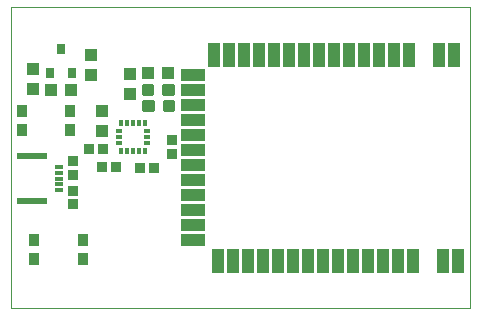
<source format=gtp>
G75*
%MOIN*%
%OFA0B0*%
%FSLAX25Y25*%
%IPPOS*%
%LPD*%
%AMOC8*
5,1,8,0,0,1.08239X$1,22.5*
%
%ADD10C,0.00000*%
%ADD11R,0.03937X0.07874*%
%ADD12R,0.07874X0.03937*%
%ADD13R,0.03150X0.03543*%
%ADD14R,0.04331X0.03937*%
%ADD15C,0.01181*%
%ADD16R,0.03937X0.04331*%
%ADD17R,0.03543X0.03937*%
%ADD18R,0.03150X0.01181*%
%ADD19R,0.10236X0.02362*%
%ADD20R,0.03543X0.03346*%
%ADD21R,0.01181X0.02362*%
%ADD22R,0.02362X0.01181*%
%ADD23R,0.03346X0.03543*%
D10*
X0060646Y0048835D02*
X0060646Y0149228D01*
X0213402Y0149228D01*
X0213402Y0048835D01*
X0060646Y0048835D01*
D11*
X0129406Y0064583D03*
X0134406Y0064583D03*
X0139406Y0064583D03*
X0144406Y0064583D03*
X0149406Y0064583D03*
X0154406Y0064583D03*
X0159406Y0064583D03*
X0164406Y0064583D03*
X0169406Y0064583D03*
X0174406Y0064583D03*
X0179406Y0064583D03*
X0184406Y0064583D03*
X0189406Y0064583D03*
X0194406Y0064583D03*
X0204406Y0064583D03*
X0209406Y0064583D03*
X0208146Y0133480D03*
X0203146Y0133480D03*
X0193146Y0133480D03*
X0188146Y0133480D03*
X0183146Y0133480D03*
X0178146Y0133480D03*
X0173146Y0133480D03*
X0168146Y0133480D03*
X0163146Y0133480D03*
X0158146Y0133480D03*
X0153146Y0133480D03*
X0148146Y0133480D03*
X0143146Y0133480D03*
X0138146Y0133480D03*
X0133146Y0133480D03*
X0128146Y0133480D03*
D12*
X0121276Y0126531D03*
X0121276Y0121531D03*
X0121276Y0116531D03*
X0121276Y0111531D03*
X0121276Y0106531D03*
X0121276Y0101531D03*
X0121276Y0096531D03*
X0121276Y0091531D03*
X0121276Y0086531D03*
X0121276Y0081531D03*
X0121276Y0076531D03*
X0121276Y0071531D03*
D13*
X0080921Y0127181D03*
X0073441Y0127181D03*
X0077181Y0135449D03*
D14*
X0073835Y0121669D03*
X0080528Y0121669D03*
X0106118Y0127181D03*
X0112811Y0127181D03*
D15*
X0111635Y0123047D02*
X0111635Y0120291D01*
X0111635Y0123047D02*
X0114391Y0123047D01*
X0114391Y0120291D01*
X0111635Y0120291D01*
X0111635Y0121471D02*
X0114391Y0121471D01*
X0114391Y0122651D02*
X0111635Y0122651D01*
X0104729Y0123047D02*
X0104729Y0120291D01*
X0104729Y0123047D02*
X0107485Y0123047D01*
X0107485Y0120291D01*
X0104729Y0120291D01*
X0104729Y0121471D02*
X0107485Y0121471D01*
X0107485Y0122651D02*
X0104729Y0122651D01*
X0104960Y0117766D02*
X0104960Y0115010D01*
X0104960Y0117766D02*
X0107716Y0117766D01*
X0107716Y0115010D01*
X0104960Y0115010D01*
X0104960Y0116190D02*
X0107716Y0116190D01*
X0107716Y0117370D02*
X0104960Y0117370D01*
X0111865Y0117766D02*
X0111865Y0115010D01*
X0111865Y0117766D02*
X0114621Y0117766D01*
X0114621Y0115010D01*
X0111865Y0115010D01*
X0111865Y0116190D02*
X0114621Y0116190D01*
X0114621Y0117370D02*
X0111865Y0117370D01*
D16*
X0100016Y0120291D03*
X0100016Y0126984D03*
X0087024Y0126591D03*
X0087024Y0133283D03*
X0067732Y0128559D03*
X0067732Y0121866D03*
X0090961Y0114780D03*
X0090961Y0108087D03*
D17*
X0080134Y0108283D03*
X0080134Y0114583D03*
X0063992Y0114583D03*
X0063992Y0108283D03*
X0068323Y0071669D03*
X0068323Y0065370D03*
X0084465Y0065370D03*
X0084465Y0071669D03*
D18*
X0076394Y0088205D03*
X0076394Y0090173D03*
X0076394Y0092142D03*
X0076394Y0094110D03*
X0076394Y0096079D03*
D19*
X0067339Y0099622D03*
X0067339Y0084661D03*
D20*
X0081118Y0083559D03*
X0081118Y0088126D03*
X0081118Y0093402D03*
X0081118Y0097969D03*
X0114189Y0100488D03*
X0114189Y0105055D03*
D21*
X0105134Y0101197D03*
X0103165Y0101197D03*
X0101197Y0101197D03*
X0099228Y0101197D03*
X0097260Y0101197D03*
X0097260Y0110646D03*
X0099228Y0110646D03*
X0101197Y0110646D03*
X0103165Y0110646D03*
X0105134Y0110646D03*
D22*
X0105921Y0107890D03*
X0105921Y0105921D03*
X0105921Y0103953D03*
X0096472Y0103953D03*
X0096472Y0105921D03*
X0096472Y0107890D03*
D23*
X0091079Y0101984D03*
X0086512Y0101984D03*
X0090843Y0096079D03*
X0095409Y0096079D03*
X0103638Y0095685D03*
X0108205Y0095685D03*
M02*

</source>
